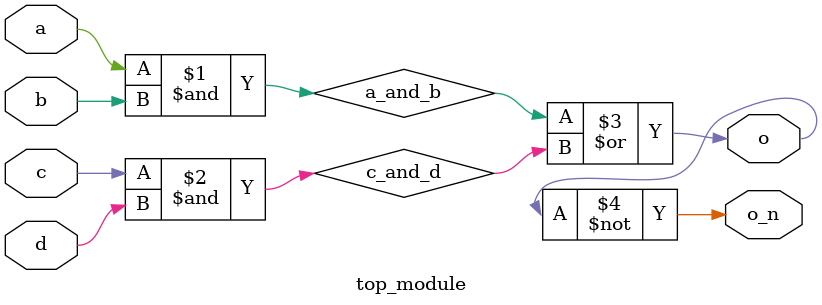
<source format=sv>
module top_module(
    input a,
    input b,
    input c,
    input d,
    output o,
    output o_n
  );

  wire a_and_b;
  wire c_and_d;

  assign a_and_b = a & b;
  assign c_and_d = c & d;

  assign o = a_and_b | c_and_d;
  assign o_n = ~o;

`ifdef COCOTB_SIM

  initial
  begin
    $dumpfile ("top_module.vcd");
    $dumpvars (0, top_module);
    #1;
  end
`endif
endmodule

</source>
